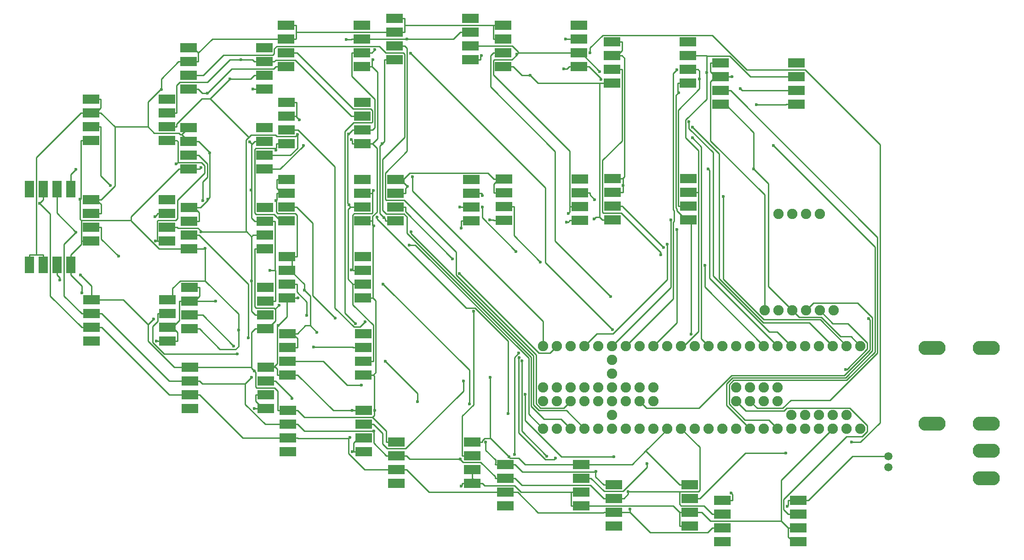
<source format=gbr>
G04 #@! TF.FileFunction,Copper,L2,Bot,Signal*
%FSLAX46Y46*%
G04 Gerber Fmt 4.6, Leading zero omitted, Abs format (unit mm)*
G04 Created by KiCad (PCBNEW 4.0.7-e2-6376~58~ubuntu16.04.1) date Mon Jul  1 13:34:01 2019*
%MOMM*%
%LPD*%
G01*
G04 APERTURE LIST*
%ADD10C,0.100000*%
%ADD11C,1.905000*%
%ADD12C,1.500000*%
%ADD13O,5.000000X2.600000*%
%ADD14R,3.048000X1.778000*%
%ADD15R,1.778000X3.048000*%
%ADD16C,0.600000*%
%ADD17C,0.250000*%
G04 APERTURE END LIST*
D10*
D11*
X183150000Y-97030000D03*
X185690000Y-97030000D03*
X188230000Y-97030000D03*
X190770000Y-97030000D03*
X193310000Y-97030000D03*
X195850000Y-97030000D03*
X193310000Y-79250000D03*
X190770000Y-79250000D03*
X188230000Y-79250000D03*
X185690000Y-79250000D03*
D12*
X206000000Y-124000000D03*
X206000000Y-126000000D03*
D11*
X200810000Y-103630000D03*
X198270000Y-103630000D03*
X195730000Y-103630000D03*
X193190000Y-103630000D03*
X190650000Y-103630000D03*
X188110000Y-103630000D03*
X185570000Y-103630000D03*
X183030000Y-103630000D03*
X180490000Y-103630000D03*
X177950000Y-103630000D03*
X175410000Y-103630000D03*
X172870000Y-103630000D03*
X170330000Y-103630000D03*
X167790000Y-103630000D03*
X165250000Y-103630000D03*
X162710000Y-103630000D03*
X160170000Y-103630000D03*
X157630000Y-103630000D03*
X155090000Y-103630000D03*
X152550000Y-103630000D03*
X150010000Y-103630000D03*
X147470000Y-103630000D03*
X144930000Y-103630000D03*
X142390000Y-103630000D03*
X142390000Y-118870000D03*
X144930000Y-118870000D03*
X147470000Y-118870000D03*
X150010000Y-118870000D03*
X152550000Y-118870000D03*
X155090000Y-118870000D03*
X157630000Y-118870000D03*
X160170000Y-118870000D03*
X162710000Y-118870000D03*
X165250000Y-118870000D03*
X167790000Y-118870000D03*
X170330000Y-118870000D03*
X172870000Y-118870000D03*
X175410000Y-118870000D03*
X177950000Y-118870000D03*
X180490000Y-118870000D03*
X183030000Y-118870000D03*
X185570000Y-118870000D03*
X188110000Y-118870000D03*
X190650000Y-118870000D03*
X193190000Y-118870000D03*
X195730000Y-118870000D03*
X198270000Y-118870000D03*
X200810000Y-118870000D03*
X198270000Y-116330000D03*
X195730000Y-116330000D03*
X193190000Y-116330000D03*
X190650000Y-116330000D03*
X188110000Y-116330000D03*
X155090000Y-106170000D03*
X155090000Y-108710000D03*
X155090000Y-111250000D03*
X155090000Y-113790000D03*
X155090000Y-116330000D03*
X185570000Y-113790000D03*
X185570000Y-111250000D03*
X183030000Y-113790000D03*
X183030000Y-111250000D03*
X180490000Y-113790000D03*
X180490000Y-111250000D03*
X177950000Y-113790000D03*
X177950000Y-111250000D03*
X157630000Y-113790000D03*
X157630000Y-111250000D03*
X160170000Y-113790000D03*
X160170000Y-111250000D03*
X162710000Y-113790000D03*
X162710000Y-111250000D03*
X152550000Y-111250000D03*
X152550000Y-113790000D03*
X150010000Y-111250000D03*
X150010000Y-113790000D03*
X147470000Y-111250000D03*
X147470000Y-113790000D03*
X144930000Y-111250000D03*
X144930000Y-113790000D03*
X142390000Y-111250000D03*
X142390000Y-113790000D03*
D13*
X214000000Y-104000000D03*
X214000000Y-118000000D03*
X224000000Y-104000000D03*
X224000000Y-118000000D03*
X224000000Y-128000000D03*
X224000000Y-123000000D03*
D14*
X175419000Y-139761000D03*
X175419000Y-137221000D03*
X175419000Y-134681000D03*
X175419000Y-132141000D03*
X189389000Y-132141000D03*
X189389000Y-134681000D03*
X189389000Y-137221000D03*
X189389000Y-139761000D03*
X189050000Y-51450600D03*
X189050000Y-53990600D03*
X189050000Y-56530600D03*
X189050000Y-59070600D03*
X175080000Y-59070600D03*
X175080000Y-56530600D03*
X175080000Y-53990600D03*
X175080000Y-51450600D03*
X155407000Y-136855000D03*
X155407000Y-134315000D03*
X155407000Y-131775000D03*
X155407000Y-129235000D03*
X169377000Y-129235000D03*
X169377000Y-131775000D03*
X169377000Y-134315000D03*
X169377000Y-136855000D03*
X169139000Y-72776400D03*
X169139000Y-75316400D03*
X169139000Y-77856400D03*
X169139000Y-80396400D03*
X155169000Y-80396400D03*
X155169000Y-77856400D03*
X155169000Y-75316400D03*
X155169000Y-72776400D03*
X169033000Y-47544000D03*
X169033000Y-50084000D03*
X169033000Y-52624000D03*
X169033000Y-55164000D03*
X155063000Y-55164000D03*
X155063000Y-52624000D03*
X155063000Y-50084000D03*
X155063000Y-47544000D03*
X135391000Y-133135000D03*
X135391000Y-130595000D03*
X135391000Y-128055000D03*
X135391000Y-125515000D03*
X149361000Y-125515000D03*
X149361000Y-128055000D03*
X149361000Y-130595000D03*
X149361000Y-133135000D03*
X149140000Y-72860600D03*
X149140000Y-75400600D03*
X149140000Y-77940600D03*
X149140000Y-80480600D03*
X135170000Y-80480600D03*
X135170000Y-77940600D03*
X135170000Y-75400600D03*
X135170000Y-72860600D03*
X149020000Y-44489600D03*
X149020000Y-47029600D03*
X149020000Y-49569600D03*
X149020000Y-52109600D03*
X135050000Y-52109600D03*
X135050000Y-49569600D03*
X135050000Y-47029600D03*
X135050000Y-44489600D03*
X115373000Y-128956000D03*
X115373000Y-126416000D03*
X115373000Y-123876000D03*
X115373000Y-121336000D03*
X129343000Y-121336000D03*
X129343000Y-123876000D03*
X129343000Y-126416000D03*
X129343000Y-128956000D03*
X129140000Y-72944700D03*
X129140000Y-75484700D03*
X129140000Y-78024700D03*
X129140000Y-80564700D03*
X115170000Y-80564700D03*
X115170000Y-78024700D03*
X115170000Y-75484700D03*
X115170000Y-72944700D03*
X129015000Y-43189500D03*
X129015000Y-45729500D03*
X129015000Y-48269500D03*
X129015000Y-50809500D03*
X115045000Y-50809500D03*
X115045000Y-48269500D03*
X115045000Y-45729500D03*
X115045000Y-43189500D03*
X95349000Y-123161000D03*
X95349000Y-120621000D03*
X95349000Y-118081000D03*
X95349000Y-115541000D03*
X109319000Y-115541000D03*
X109319000Y-118081000D03*
X109319000Y-120621000D03*
X109319000Y-123161000D03*
X109259000Y-101329000D03*
X109259000Y-103869000D03*
X109259000Y-106409000D03*
X109259000Y-108949000D03*
X95289000Y-108949000D03*
X95289000Y-106409000D03*
X95289000Y-103869000D03*
X95289000Y-101329000D03*
X109199000Y-87117000D03*
X109199000Y-89657000D03*
X109199000Y-92197000D03*
X109199000Y-94737000D03*
X95229000Y-94737000D03*
X95229000Y-92197000D03*
X95229000Y-89657000D03*
X95229000Y-87117000D03*
X109139000Y-72905900D03*
X109139000Y-75445900D03*
X109139000Y-77985900D03*
X109139000Y-80525900D03*
X95169000Y-80525900D03*
X95169000Y-77985900D03*
X95169000Y-75445900D03*
X95169000Y-72905900D03*
X109080000Y-58694000D03*
X109080000Y-61234000D03*
X109080000Y-63774000D03*
X109080000Y-66314000D03*
X95110000Y-66314000D03*
X95110000Y-63774000D03*
X95110000Y-61234000D03*
X95110000Y-58694000D03*
X109020000Y-44482100D03*
X109020000Y-47022100D03*
X109020000Y-49562100D03*
X109020000Y-52102100D03*
X95050000Y-52102100D03*
X95050000Y-49562100D03*
X95050000Y-47022100D03*
X95050000Y-44482100D03*
X77315200Y-115204000D03*
X77315200Y-112664000D03*
X77315200Y-110124000D03*
X77315200Y-107584000D03*
X91285200Y-107584000D03*
X91285200Y-110124000D03*
X91285200Y-112664000D03*
X91285200Y-115204000D03*
X91223200Y-92851700D03*
X91223200Y-95391700D03*
X91223200Y-97931700D03*
X91223200Y-100471700D03*
X77253200Y-100471700D03*
X77253200Y-97931700D03*
X77253200Y-95391700D03*
X77253200Y-92851700D03*
X91161200Y-78117300D03*
X91161200Y-80657300D03*
X91161200Y-83197300D03*
X91161200Y-85737300D03*
X77191200Y-85737300D03*
X77191200Y-83197300D03*
X77191200Y-80657300D03*
X77191200Y-78117300D03*
X91099200Y-63384900D03*
X91099200Y-65924900D03*
X91099200Y-68464900D03*
X91099200Y-71004900D03*
X77129200Y-71004900D03*
X77129200Y-68464900D03*
X77129200Y-65924900D03*
X77129200Y-63384900D03*
X91037200Y-48652600D03*
X91037200Y-51192600D03*
X91037200Y-53732600D03*
X91037200Y-56272600D03*
X77067200Y-56272600D03*
X77067200Y-53732600D03*
X77067200Y-51192600D03*
X77067200Y-48652600D03*
X59262500Y-102735500D03*
X59262500Y-100195500D03*
X59262500Y-97655500D03*
X59262500Y-95115500D03*
X73232500Y-95115500D03*
X73232500Y-97655500D03*
X73232500Y-100195500D03*
X73232500Y-102735500D03*
X73154700Y-76605700D03*
X73154700Y-79145700D03*
X73154700Y-81685700D03*
X73154700Y-84225700D03*
X59184700Y-84225700D03*
X59184700Y-81685700D03*
X59184700Y-79145700D03*
X59184700Y-76605700D03*
X73076800Y-58095000D03*
X73076800Y-60635000D03*
X73076800Y-63175000D03*
X73076800Y-65715000D03*
X59106800Y-65715000D03*
X59106800Y-63175000D03*
X59106800Y-60635000D03*
X59106800Y-58095000D03*
D15*
X47764800Y-74677400D03*
X50304800Y-74677400D03*
X52844800Y-74677400D03*
X55384800Y-74677400D03*
X55384800Y-88647400D03*
X52844800Y-88647400D03*
X50304800Y-88647400D03*
X47764800Y-88647400D03*
D16*
X112721900Y-66355800D03*
X57413200Y-93844100D03*
X79412400Y-70684000D03*
X57126100Y-76593500D03*
X107207100Y-115541000D03*
X80169100Y-85641700D03*
X187312900Y-133184600D03*
X181177600Y-70992700D03*
X93151400Y-67485800D03*
X139988400Y-53688700D03*
X151800900Y-80197600D03*
X80566600Y-56985000D03*
X113071500Y-79929700D03*
X86325000Y-100667100D03*
X93638100Y-99864500D03*
X97288400Y-94804200D03*
X136131000Y-124100100D03*
X132523100Y-80393000D03*
X132636000Y-109454000D03*
X139077500Y-112575600D03*
X155441700Y-124034000D03*
X131175200Y-75887500D03*
X151867600Y-76614900D03*
X172494700Y-53175700D03*
X158347100Y-133734700D03*
X70881200Y-79793300D03*
X117343600Y-47022100D03*
X49668100Y-77291700D03*
X146500600Y-47029600D03*
X111170100Y-74962200D03*
X106158400Y-47103400D03*
X88620800Y-74885100D03*
X86785000Y-50833600D03*
X107090500Y-89568600D03*
X106791800Y-120486700D03*
X92115700Y-89657000D03*
X100090600Y-103815300D03*
X88317100Y-65957700D03*
X111200400Y-119334500D03*
X178680100Y-56163200D03*
X137540200Y-49845500D03*
X146997000Y-79155000D03*
X158079400Y-130498000D03*
X56361000Y-82643000D03*
X111424900Y-48996300D03*
X127134300Y-124483100D03*
X171199500Y-54396500D03*
X152780500Y-52986300D03*
X84686400Y-54412600D03*
X97148100Y-64644300D03*
X127067300Y-78024700D03*
X79362700Y-82614900D03*
X88716000Y-109404000D03*
X106568200Y-64549900D03*
X106618400Y-77608600D03*
X88702700Y-91662000D03*
X176966400Y-130737800D03*
X98230000Y-66649400D03*
X74825700Y-70082000D03*
X111067700Y-50829500D03*
X131052000Y-50026700D03*
X57171000Y-90496700D03*
X107029600Y-65516400D03*
X88966000Y-56272600D03*
X71013300Y-84225700D03*
X127290700Y-81868500D03*
X146671000Y-80769900D03*
X153016200Y-54454000D03*
X167330100Y-56952500D03*
X146181900Y-52540500D03*
X169623500Y-101421500D03*
X181656200Y-59160500D03*
X131833200Y-121336000D03*
X111193600Y-81437300D03*
X70696300Y-98691900D03*
X152105900Y-126785000D03*
X56322000Y-71082000D03*
X89231800Y-108252600D03*
X111355800Y-115541000D03*
X93741600Y-96128000D03*
X175536100Y-76071300D03*
X93192900Y-76836400D03*
X177141600Y-53990600D03*
X107239200Y-123161000D03*
X117435900Y-74214700D03*
X127299300Y-129441000D03*
X157079200Y-73990700D03*
X72064400Y-56347000D03*
X98414300Y-93352000D03*
X82081700Y-95391700D03*
X97537300Y-61922000D03*
X71150500Y-102736900D03*
X80984800Y-68046400D03*
X89209600Y-115204000D03*
X80655300Y-76588200D03*
X100724800Y-101091600D03*
X169924800Y-63308300D03*
X169249700Y-62230800D03*
X172729400Y-70947000D03*
X172158300Y-88762400D03*
X117970000Y-49595100D03*
X155201200Y-100570900D03*
X169878700Y-65258000D03*
X111773000Y-79884200D03*
X135937400Y-116072500D03*
X112899400Y-92197000D03*
X128790000Y-114333200D03*
X113301100Y-106409000D03*
X119239700Y-113892100D03*
X184780300Y-66639700D03*
X131167300Y-78024700D03*
X137422300Y-86204100D03*
X151046600Y-49569600D03*
X199181300Y-121381600D03*
X166997900Y-82169300D03*
X137113100Y-123663100D03*
X137924300Y-104961900D03*
X167004300Y-52693700D03*
X165898100Y-80350200D03*
X143030200Y-123939500D03*
X138515500Y-106387000D03*
X165271400Y-84818900D03*
X144661900Y-124272100D03*
X137957200Y-105813300D03*
X53354300Y-91435100D03*
X126975900Y-90282200D03*
X62705100Y-74005900D03*
X118296900Y-72378100D03*
X64196200Y-87075700D03*
X117758800Y-84994400D03*
X86082500Y-105083400D03*
X79701400Y-76800700D03*
X118103400Y-82532900D03*
X88093500Y-102093800D03*
X85437500Y-103640000D03*
X96161900Y-113266700D03*
X107855800Y-99480900D03*
X109581100Y-99183900D03*
X104130700Y-98525500D03*
X98886500Y-97941700D03*
X108911200Y-110822800D03*
X127691200Y-110114500D03*
X125725400Y-87568900D03*
X129598600Y-97243600D03*
X154808900Y-94475800D03*
X141878800Y-88124200D03*
X161521900Y-125339700D03*
X202345600Y-98590200D03*
X164051000Y-86829400D03*
X164575900Y-85472700D03*
X187056200Y-123372300D03*
X198052300Y-107961400D03*
D17*
X199379300Y-124000000D02*
X191238300Y-132141000D01*
X206000000Y-124000000D02*
X199379300Y-124000000D01*
X59106800Y-65715000D02*
X57257500Y-65715000D01*
X73232500Y-95115500D02*
X74157200Y-95115500D01*
X190313700Y-132141000D02*
X191238300Y-132141000D01*
X190313700Y-132141000D02*
X189389000Y-132141000D01*
X57413200Y-92525100D02*
X57413200Y-93844100D01*
X55384800Y-90496700D02*
X57413200Y-92525100D01*
X55384800Y-89271500D02*
X55384800Y-90496700D01*
X79091500Y-71004900D02*
X79412400Y-70684000D01*
X77129200Y-71004900D02*
X79091500Y-71004900D01*
X57257500Y-76462100D02*
X57126100Y-76593500D01*
X57257500Y-65715000D02*
X57257500Y-76462100D01*
X77129200Y-71004900D02*
X75279900Y-71004900D01*
X109319000Y-115541000D02*
X107207100Y-115541000D01*
X155063000Y-55164000D02*
X153213700Y-55164000D01*
X57126100Y-80261900D02*
X57126100Y-76593500D01*
X57335500Y-80471300D02*
X57126100Y-80261900D01*
X57335400Y-80471400D02*
X57335400Y-84225700D01*
X57335500Y-80471300D02*
X57335400Y-80471400D01*
X59184700Y-84225700D02*
X57335400Y-84225700D01*
X55384800Y-89271500D02*
X55384800Y-88647400D01*
X57335400Y-84847500D02*
X57335400Y-84225700D01*
X55384800Y-86798100D02*
X57335400Y-84847500D01*
X55384800Y-88647400D02*
X55384800Y-86798100D01*
X66482000Y-80471300D02*
X57335500Y-80471300D01*
X66482000Y-79802800D02*
X66482000Y-80471300D01*
X75279900Y-71004900D02*
X66482000Y-79802800D01*
X187539700Y-132957800D02*
X187539700Y-132141000D01*
X187312900Y-133184600D02*
X187539700Y-132957800D01*
X189389000Y-132141000D02*
X187539700Y-132141000D01*
X96213700Y-108949000D02*
X97138300Y-108949000D01*
X96213700Y-108949000D02*
X95289000Y-108949000D01*
X95289000Y-108949000D02*
X93439700Y-108949000D01*
X95110000Y-66314000D02*
X93260700Y-66314000D01*
X135050000Y-52109600D02*
X136899300Y-52109600D01*
X189507900Y-98307900D02*
X188230000Y-97030000D01*
X193584800Y-98307900D02*
X189507900Y-98307900D01*
X197177400Y-101900500D02*
X193584800Y-98307900D01*
X199080500Y-101900500D02*
X197177400Y-101900500D01*
X200810000Y-103630000D02*
X199080500Y-101900500D01*
X175080000Y-59070600D02*
X176004700Y-59070600D01*
X155169000Y-80396400D02*
X153319700Y-80396400D01*
X152814200Y-55164000D02*
X153213700Y-55164000D01*
X183847000Y-92647000D02*
X188230000Y-97030000D01*
X183847000Y-73662100D02*
X183847000Y-92647000D01*
X181177600Y-70992700D02*
X183847000Y-73662100D01*
X181177600Y-64243500D02*
X181177600Y-70992700D01*
X176004700Y-59070600D02*
X181177600Y-64243500D01*
X93151400Y-67194900D02*
X93151400Y-67485800D01*
X89496100Y-67194900D02*
X93151400Y-67194900D01*
X89249900Y-67441100D02*
X89496100Y-67194900D01*
X89249900Y-79110700D02*
X89249900Y-67441100D01*
X89503200Y-79364000D02*
X89249900Y-79110700D01*
X92881100Y-79364000D02*
X89503200Y-79364000D01*
X94043000Y-80525900D02*
X92881100Y-79364000D01*
X95169000Y-80525900D02*
X94043000Y-80525900D01*
X93260700Y-67085600D02*
X93260700Y-66314000D01*
X93151400Y-67194900D02*
X93260700Y-67085600D01*
X141463700Y-55164000D02*
X139988400Y-53688700D01*
X152814200Y-55164000D02*
X141463700Y-55164000D01*
X138478400Y-53688700D02*
X136899300Y-52109600D01*
X139988400Y-53688700D02*
X138478400Y-53688700D01*
X152107600Y-79890900D02*
X151800900Y-80197600D01*
X152814200Y-79890900D02*
X152107600Y-79890900D01*
X152814200Y-55164000D02*
X152814200Y-79890900D01*
X152814200Y-79890900D02*
X153319700Y-80396400D01*
X77067200Y-56272600D02*
X78916500Y-56272600D01*
X95050000Y-52102100D02*
X93200700Y-52102100D01*
X79628900Y-56985000D02*
X80566600Y-56985000D01*
X78916500Y-56272600D02*
X79628900Y-56985000D01*
X92784600Y-52518200D02*
X93200700Y-52102100D01*
X85033400Y-52518200D02*
X92784600Y-52518200D01*
X80566600Y-56985000D02*
X85033400Y-52518200D01*
X115045000Y-50809500D02*
X113195700Y-50809500D01*
X113195700Y-65882000D02*
X112721900Y-66355800D01*
X113195700Y-50809500D02*
X113195700Y-65882000D01*
X115170000Y-80564700D02*
X113320700Y-80564700D01*
X113320700Y-80178900D02*
X113320700Y-80564700D01*
X113071500Y-79929700D02*
X113320700Y-80178900D01*
X112336600Y-79194800D02*
X113071500Y-79929700D01*
X112336600Y-66741100D02*
X112336600Y-79194800D01*
X112721900Y-66355800D02*
X112336600Y-66741100D01*
X66482000Y-80578800D02*
X66482000Y-80471300D01*
X71640500Y-85737300D02*
X66482000Y-80578800D01*
X77191200Y-85737300D02*
X71640500Y-85737300D01*
X80169100Y-85737300D02*
X80169100Y-85641700D01*
X77191200Y-85737300D02*
X80169100Y-85737300D01*
X93439700Y-107889200D02*
X93134500Y-107584000D01*
X93439700Y-108949000D02*
X93439700Y-107889200D01*
X97145500Y-94804200D02*
X97078300Y-94737000D01*
X97288400Y-94804200D02*
X97145500Y-94804200D01*
X95229000Y-94737000D02*
X97078300Y-94737000D01*
X80169100Y-91592400D02*
X80169100Y-85737300D01*
X169377000Y-129235000D02*
X167527700Y-129235000D01*
X167527700Y-129235000D02*
X161286900Y-122994100D01*
X158766000Y-125515000D02*
X161286900Y-122994100D01*
X149361000Y-125515000D02*
X158766000Y-125515000D01*
X165250000Y-119031000D02*
X165250000Y-118870000D01*
X161286900Y-122994100D02*
X165250000Y-119031000D01*
X74157200Y-93023600D02*
X74157200Y-95115500D01*
X75588400Y-91592400D02*
X74157200Y-93023600D01*
X80169100Y-91592400D02*
X75588400Y-91592400D01*
X103730300Y-115541000D02*
X107207100Y-115541000D01*
X97138300Y-108949000D02*
X103730300Y-115541000D01*
X133233100Y-80393000D02*
X133320700Y-80480600D01*
X132523100Y-80393000D02*
X133233100Y-80393000D01*
X135170000Y-80480600D02*
X133320700Y-80480600D01*
X129343000Y-121336000D02*
X131192300Y-121336000D01*
X132636000Y-109454000D02*
X132636000Y-120668400D01*
X132699300Y-120668400D02*
X132636000Y-120668400D01*
X136131000Y-124100100D02*
X132699300Y-120668400D01*
X131192300Y-121085600D02*
X131192300Y-121336000D01*
X131609500Y-120668400D02*
X131192300Y-121085600D01*
X132636000Y-120668400D02*
X131609500Y-120668400D01*
X95229000Y-98273600D02*
X93638100Y-99864500D01*
X95229000Y-94737000D02*
X95229000Y-98273600D01*
X93439600Y-106867800D02*
X92723400Y-107584000D01*
X93439600Y-100063000D02*
X93439600Y-106867800D01*
X93638100Y-99864500D02*
X93439600Y-100063000D01*
X91285200Y-107584000D02*
X92723400Y-107584000D01*
X92723400Y-107584000D02*
X93134500Y-107584000D01*
X86325000Y-97748300D02*
X86325000Y-100667100D01*
X80169100Y-91592400D02*
X86325000Y-97748300D01*
X77253200Y-100471700D02*
X79102500Y-100471700D01*
X139091600Y-125515000D02*
X149361000Y-125515000D01*
X137865000Y-124288400D02*
X139091600Y-125515000D01*
X136319300Y-124288400D02*
X137865000Y-124288400D01*
X136131000Y-124100100D02*
X136319300Y-124288400D01*
X82896200Y-104265400D02*
X79102500Y-100471700D01*
X85764400Y-104265400D02*
X82896200Y-104265400D01*
X86325000Y-103704800D02*
X85764400Y-104265400D01*
X86325000Y-100667100D02*
X86325000Y-103704800D01*
X145744900Y-124034000D02*
X155441700Y-124034000D01*
X139077500Y-117366600D02*
X145744900Y-124034000D01*
X139077500Y-112575600D02*
X139077500Y-117366600D01*
X129140000Y-75484700D02*
X130989300Y-75484700D01*
X129015000Y-45729500D02*
X127165700Y-45729500D01*
X150989300Y-75736600D02*
X151867600Y-76614900D01*
X150989300Y-75400600D02*
X150989300Y-75736600D01*
X149140000Y-75400600D02*
X150989300Y-75400600D01*
X169139000Y-75316400D02*
X170988300Y-75316400D01*
X109944700Y-47022100D02*
X110869300Y-47022100D01*
X109944700Y-47022100D02*
X109020000Y-47022100D01*
X131175200Y-75670600D02*
X131175200Y-75887500D01*
X130989300Y-75484700D02*
X131175200Y-75670600D01*
X175419000Y-137221000D02*
X173569700Y-137221000D01*
X157256300Y-134315000D02*
X158347100Y-134315000D01*
X162101500Y-138069400D02*
X158347100Y-134315000D01*
X172721300Y-138069400D02*
X162101500Y-138069400D01*
X173569700Y-137221000D02*
X172721300Y-138069400D01*
X158347100Y-134315000D02*
X158347100Y-133734700D01*
X71305400Y-79369100D02*
X71305400Y-79145700D01*
X70881200Y-79793300D02*
X71305400Y-79369100D01*
X73154700Y-79145700D02*
X71305400Y-79145700D01*
X125873100Y-47022100D02*
X117343600Y-47022100D01*
X127165700Y-45729500D02*
X125873100Y-47022100D01*
X117343600Y-47022100D02*
X110869300Y-47022100D01*
X50304800Y-76655000D02*
X49668100Y-77291700D01*
X50304800Y-74677400D02*
X50304800Y-76655000D01*
X51630400Y-79254000D02*
X49668100Y-77291700D01*
X51630400Y-94412700D02*
X51630400Y-79254000D01*
X57413200Y-100195500D02*
X51630400Y-94412700D01*
X58337900Y-100195500D02*
X57413200Y-100195500D01*
X149020000Y-47029600D02*
X147170700Y-47029600D01*
X147170700Y-47029600D02*
X146500600Y-47029600D01*
X156331700Y-134315000D02*
X157256300Y-134315000D01*
X156331700Y-134315000D02*
X155407000Y-134315000D01*
X137681000Y-130595000D02*
X135391000Y-130595000D01*
X141435400Y-134349400D02*
X137681000Y-130595000D01*
X153523300Y-134349400D02*
X141435400Y-134349400D01*
X153557700Y-134315000D02*
X153523300Y-134349400D01*
X155407000Y-134315000D02*
X153557700Y-134315000D01*
X110988300Y-75144000D02*
X111170100Y-74962200D01*
X110988300Y-75445900D02*
X110988300Y-75144000D01*
X109139000Y-75445900D02*
X110875700Y-75445900D01*
X110875700Y-75445900D02*
X110988300Y-75445900D01*
X109199000Y-89657000D02*
X107349700Y-89657000D01*
X109020000Y-47022100D02*
X107170700Y-47022100D01*
X169033000Y-50084000D02*
X170769700Y-50084000D01*
X172494700Y-50176500D02*
X172494700Y-53175700D01*
X172402200Y-50084000D02*
X172494700Y-50176500D01*
X170769700Y-50084000D02*
X172402200Y-50084000D01*
X180547800Y-53990600D02*
X189050000Y-53990600D01*
X176733700Y-50176500D02*
X180547800Y-53990600D01*
X172494700Y-50176500D02*
X176733700Y-50176500D01*
X58337900Y-100195500D02*
X59262500Y-100195500D01*
X59262500Y-100195500D02*
X61111800Y-100195500D01*
X107089400Y-47103400D02*
X107170700Y-47022100D01*
X106158400Y-47103400D02*
X107089400Y-47103400D01*
X95349000Y-120621000D02*
X97198300Y-120621000D01*
X121401300Y-130595000D02*
X135391000Y-130595000D01*
X117222300Y-126416000D02*
X121401300Y-130595000D01*
X115373000Y-126416000D02*
X117222300Y-126416000D01*
X91099200Y-65924900D02*
X89249900Y-65924900D01*
X73580300Y-112664000D02*
X77315200Y-112664000D01*
X61111800Y-100195500D02*
X73580300Y-112664000D01*
X87121500Y-120621000D02*
X95349000Y-120621000D01*
X79164500Y-112664000D02*
X87121500Y-120621000D01*
X77315200Y-112664000D02*
X79164500Y-112664000D01*
X170988300Y-67591200D02*
X170988300Y-75316400D01*
X168610100Y-65213000D02*
X170988300Y-67591200D01*
X168610100Y-61950900D02*
X168610100Y-65213000D01*
X172494700Y-58066300D02*
X168610100Y-61950900D01*
X172494700Y-53175700D02*
X172494700Y-58066300D01*
X73076800Y-60635000D02*
X74926100Y-60635000D01*
X91161200Y-80657300D02*
X93010500Y-80657300D01*
X91223200Y-95391700D02*
X93072500Y-95391700D01*
X88620800Y-74885100D02*
X88710200Y-74885100D01*
X88710200Y-80055600D02*
X89311900Y-80657300D01*
X88710200Y-74885100D02*
X88710200Y-80055600D01*
X91161200Y-80657300D02*
X89311900Y-80657300D01*
X107090500Y-89568600D02*
X107289600Y-89568600D01*
X107289600Y-79498600D02*
X107289600Y-89568600D01*
X107587900Y-79200300D02*
X107289600Y-79498600D01*
X110879800Y-79200300D02*
X107587900Y-79200300D01*
X110988300Y-79091800D02*
X110879800Y-79200300D01*
X110988300Y-75445900D02*
X110988300Y-79091800D01*
X107289600Y-89596900D02*
X107349700Y-89657000D01*
X107289600Y-89568600D02*
X107289600Y-89596900D01*
X97271900Y-120694600D02*
X106583900Y-120694600D01*
X97198300Y-120621000D02*
X97271900Y-120694600D01*
X109533900Y-126416000D02*
X115373000Y-126416000D01*
X106583900Y-123466000D02*
X109533900Y-126416000D01*
X106583900Y-120694600D02*
X106583900Y-123466000D01*
X106583900Y-120694600D02*
X106791800Y-120486700D01*
X93010500Y-80657300D02*
X93010500Y-89657000D01*
X93072500Y-89719000D02*
X93010500Y-89657000D01*
X93072500Y-95391700D02*
X93072500Y-89719000D01*
X93010500Y-89657000D02*
X92115700Y-89657000D01*
X170988300Y-100941100D02*
X170988300Y-75316400D01*
X168299400Y-103630000D02*
X170988300Y-100941100D01*
X167790000Y-103630000D02*
X168299400Y-103630000D01*
X107096700Y-61234000D02*
X109080000Y-61234000D01*
X96750400Y-50887700D02*
X107096700Y-61234000D01*
X93191400Y-50887700D02*
X96750400Y-50887700D01*
X92886500Y-51192600D02*
X93191400Y-50887700D01*
X91037200Y-51192600D02*
X92886500Y-51192600D01*
X84714900Y-50833600D02*
X86785000Y-50833600D01*
X80601500Y-54947000D02*
X84714900Y-50833600D01*
X75507100Y-54947000D02*
X80601500Y-54947000D01*
X74926100Y-55528000D02*
X75507100Y-54947000D01*
X74926100Y-60635000D02*
X74926100Y-55528000D01*
X88828900Y-50833600D02*
X89187900Y-51192600D01*
X86785000Y-50833600D02*
X88828900Y-50833600D01*
X91037200Y-51192600D02*
X89187900Y-51192600D01*
X107356000Y-103815300D02*
X107409700Y-103869000D01*
X100090600Y-103815300D02*
X107356000Y-103815300D01*
X109259000Y-103869000D02*
X107409700Y-103869000D01*
X88767100Y-66407700D02*
X88317100Y-65957700D01*
X88710200Y-66464600D02*
X88767100Y-66407700D01*
X88710200Y-74885100D02*
X88710200Y-66464600D01*
X88767100Y-66407700D02*
X89249900Y-65924900D01*
X73580300Y-110124000D02*
X77315200Y-110124000D01*
X61111800Y-97655500D02*
X73580300Y-110124000D01*
X59262500Y-97655500D02*
X61111800Y-97655500D01*
X154482400Y-131775000D02*
X153557700Y-131775000D01*
X135391000Y-128055000D02*
X133541700Y-128055000D01*
X151119100Y-129336400D02*
X153557700Y-131775000D01*
X138521700Y-129336400D02*
X151119100Y-129336400D01*
X137240300Y-128055000D02*
X138521700Y-129336400D01*
X135391000Y-128055000D02*
X137240300Y-128055000D01*
X115373000Y-123876000D02*
X117222300Y-123876000D01*
X179047500Y-56530600D02*
X178680100Y-56163200D01*
X189050000Y-56530600D02*
X179047500Y-56530600D01*
X95349000Y-118081000D02*
X97198300Y-118081000D01*
X77315200Y-110124000D02*
X79164500Y-110124000D01*
X98451800Y-119334500D02*
X111200400Y-119334500D01*
X97198300Y-118081000D02*
X98451800Y-119334500D01*
X115373000Y-123876000D02*
X113523700Y-123876000D01*
X111200400Y-121552700D02*
X113523700Y-123876000D01*
X111200400Y-119334500D02*
X111200400Y-121552700D01*
X73154700Y-81685700D02*
X75004000Y-81685700D01*
X149140000Y-77940600D02*
X147290700Y-77940600D01*
X147290700Y-78861300D02*
X146997000Y-79155000D01*
X147290700Y-77940600D02*
X147290700Y-78861300D01*
X154482400Y-131775000D02*
X155407000Y-131775000D01*
X155407000Y-131775000D02*
X157256300Y-131775000D01*
X109139000Y-77985900D02*
X107289700Y-77985900D01*
X109199000Y-92197000D02*
X107349700Y-92197000D01*
X59262500Y-97655500D02*
X57413200Y-97655500D01*
X52844800Y-79126800D02*
X56361000Y-82643000D01*
X52844800Y-74677400D02*
X52844800Y-79126800D01*
X54170400Y-94412700D02*
X57413200Y-97655500D01*
X54170400Y-84833600D02*
X54170400Y-94412700D01*
X56361000Y-82643000D02*
X54170400Y-84833600D01*
X158079400Y-130951900D02*
X158079400Y-130498000D01*
X157256300Y-131775000D02*
X158079400Y-130951900D01*
X175419000Y-134681000D02*
X173569700Y-134681000D01*
X110869300Y-49551900D02*
X111424900Y-48996300D01*
X110869300Y-49562100D02*
X110869300Y-49551900D01*
X109020000Y-49562100D02*
X110869300Y-49562100D01*
X133541700Y-127736600D02*
X133541700Y-128055000D01*
X130895500Y-125090400D02*
X133541700Y-127736600D01*
X127665600Y-125090400D02*
X130895500Y-125090400D01*
X127134300Y-124559100D02*
X127665600Y-125090400D01*
X127134300Y-124483100D02*
X127134300Y-124559100D01*
X117829400Y-124483100D02*
X127134300Y-124483100D01*
X117222300Y-123876000D02*
X117829400Y-124483100D01*
X167514100Y-132821500D02*
X167514100Y-130498000D01*
X167793200Y-133100600D02*
X167514100Y-132821500D01*
X171989300Y-133100600D02*
X167793200Y-133100600D01*
X173569700Y-134681000D02*
X171989300Y-133100600D01*
X158079400Y-130498000D02*
X167514100Y-130498000D01*
X171226400Y-122306400D02*
X167790000Y-118870000D01*
X171226400Y-130271300D02*
X171226400Y-122306400D01*
X170999700Y-130498000D02*
X171226400Y-130271300D01*
X167514100Y-130498000D02*
X170999700Y-130498000D01*
X169033000Y-52624000D02*
X170882300Y-52624000D01*
X171199500Y-52941200D02*
X171199500Y-54396500D01*
X170882300Y-52624000D02*
X171199500Y-52941200D01*
X169139000Y-77856400D02*
X167289700Y-77856400D01*
X167289700Y-60093900D02*
X167289700Y-77856400D01*
X171199500Y-56184100D02*
X167289700Y-60093900D01*
X171199500Y-54396500D02*
X171199500Y-56184100D01*
X149363800Y-49569600D02*
X152780500Y-52986300D01*
X149020000Y-49569600D02*
X149363800Y-49569600D01*
X149020000Y-49569600D02*
X147170700Y-49569600D01*
X109259000Y-106409000D02*
X111108300Y-106409000D01*
X129140000Y-78024700D02*
X127290700Y-78024700D01*
X127290700Y-78024700D02*
X127067300Y-78024700D01*
X107170700Y-53903000D02*
X107170700Y-49562100D01*
X111379800Y-58112100D02*
X107170700Y-53903000D01*
X111379800Y-63323500D02*
X111379800Y-58112100D01*
X110929300Y-63774000D02*
X111379800Y-63323500D01*
X109080000Y-63774000D02*
X110929300Y-63774000D01*
X109020000Y-49562100D02*
X107170700Y-49562100D01*
X91200300Y-118081000D02*
X95349000Y-118081000D01*
X87488900Y-114369600D02*
X91200300Y-118081000D01*
X87488900Y-110631100D02*
X87488900Y-114369600D01*
X79671600Y-110631100D02*
X87488900Y-110631100D01*
X79164500Y-110124000D02*
X79671600Y-110631100D01*
X107289700Y-77985900D02*
X106941600Y-77985900D01*
X106465200Y-91312500D02*
X107349700Y-92197000D01*
X106465200Y-78462300D02*
X106465200Y-91312500D01*
X106941600Y-77985900D02*
X106465200Y-78462300D01*
X109080000Y-63774000D02*
X107230700Y-63774000D01*
X137540200Y-49952500D02*
X137540200Y-49845500D01*
X136653100Y-50839600D02*
X137540200Y-49952500D01*
X133385800Y-50839600D02*
X136653100Y-50839600D01*
X133200700Y-51024700D02*
X133385800Y-50839600D01*
X133200700Y-53606200D02*
X133200700Y-51024700D01*
X147290700Y-67696200D02*
X133200700Y-53606200D01*
X147290700Y-77940600D02*
X147290700Y-67696200D01*
X136678600Y-48269500D02*
X129015000Y-48269500D01*
X137816100Y-49407000D02*
X136678600Y-48269500D01*
X137816100Y-49569600D02*
X137816100Y-49407000D01*
X147170700Y-49569600D02*
X137816100Y-49569600D01*
X137816100Y-49569600D02*
X137540200Y-49845500D01*
X97148100Y-67157100D02*
X97148100Y-64644300D01*
X95840300Y-68464900D02*
X97148100Y-67157100D01*
X91099200Y-68464900D02*
X95840300Y-68464900D01*
X107230700Y-63887400D02*
X107230700Y-63774000D01*
X106568200Y-64549900D02*
X107230700Y-63887400D01*
X106618400Y-77662700D02*
X106618400Y-77608600D01*
X106941600Y-77985900D02*
X106618400Y-77662700D01*
X106364400Y-64753700D02*
X106568200Y-64549900D01*
X106364400Y-77354600D02*
X106364400Y-64753700D01*
X106618400Y-77608600D02*
X106364400Y-77354600D01*
X107349700Y-96021300D02*
X107349700Y-92197000D01*
X111108300Y-99779900D02*
X107349700Y-96021300D01*
X111108300Y-106409000D02*
X111108300Y-99779900D01*
X73076800Y-63175000D02*
X74926100Y-63175000D01*
X79362700Y-82429100D02*
X79362700Y-82614900D01*
X78805200Y-81871600D02*
X79362700Y-82429100D01*
X75189900Y-81871600D02*
X78805200Y-81871600D01*
X75004000Y-81685700D02*
X75189900Y-81871600D01*
X88608100Y-64710500D02*
X88201000Y-65117600D01*
X93096300Y-64710500D02*
X88608100Y-64710500D01*
X93374200Y-64988400D02*
X93096300Y-64710500D01*
X96804000Y-64988400D02*
X93374200Y-64988400D01*
X97148100Y-64644300D02*
X96804000Y-64988400D01*
X88201000Y-65117600D02*
X81091200Y-58007800D01*
X74926100Y-62643700D02*
X74926100Y-63175000D01*
X79562000Y-58007800D02*
X74926100Y-62643700D01*
X81091200Y-58007800D02*
X79562000Y-58007800D01*
X91037200Y-53732600D02*
X89187900Y-53732600D01*
X81091200Y-58007800D02*
X84686400Y-54412600D01*
X88507900Y-54412600D02*
X89187900Y-53732600D01*
X84686400Y-54412600D02*
X88507900Y-54412600D01*
X91223200Y-97931700D02*
X89373900Y-97931700D01*
X91161200Y-83197300D02*
X89311900Y-83197300D01*
X88986500Y-83197300D02*
X89311900Y-83197300D01*
X88692000Y-83491800D02*
X88986500Y-83197300D01*
X87640500Y-65678100D02*
X87640500Y-82614900D01*
X88201000Y-65117600D02*
X87640500Y-65678100D01*
X79362700Y-82614900D02*
X87640500Y-82614900D01*
X87815100Y-82614900D02*
X88692000Y-83491800D01*
X87640500Y-82614900D02*
X87815100Y-82614900D01*
X87488900Y-110631100D02*
X88716000Y-109404000D01*
X88692000Y-91651300D02*
X88692000Y-83491800D01*
X88702700Y-91662000D02*
X88692000Y-91651300D01*
X88702700Y-97260500D02*
X88702700Y-91662000D01*
X89373900Y-97931700D02*
X88702700Y-97260500D01*
X175419000Y-132141000D02*
X177268300Y-132141000D01*
X177268300Y-131039700D02*
X176966400Y-130737800D01*
X177268300Y-132141000D02*
X177268300Y-131039700D01*
X155407000Y-129235000D02*
X153557700Y-129235000D01*
X135391000Y-125515000D02*
X137240300Y-125515000D01*
X73076800Y-65715000D02*
X74926100Y-65715000D01*
X98230000Y-66731700D02*
X98230000Y-66649400D01*
X93956800Y-71004900D02*
X98230000Y-66731700D01*
X91099200Y-71004900D02*
X93956800Y-71004900D01*
X115373000Y-121336000D02*
X113523700Y-121336000D01*
X73154700Y-84225700D02*
X71305400Y-84225700D01*
X95380400Y-115541000D02*
X97198300Y-115541000D01*
X98461900Y-116804600D02*
X110989600Y-116804600D01*
X97198300Y-115541000D02*
X98461900Y-116804600D01*
X113523700Y-119338700D02*
X113523700Y-121336000D01*
X110989600Y-116804600D02*
X113523700Y-119338700D01*
X75117200Y-65906100D02*
X74926100Y-65715000D01*
X75117200Y-69790500D02*
X75117200Y-65906100D01*
X75117200Y-69790500D02*
X74825700Y-70082000D01*
X109020000Y-52102100D02*
X110869300Y-52102100D01*
X130864300Y-50214400D02*
X130864300Y-50809500D01*
X131052000Y-50026700D02*
X130864300Y-50214400D01*
X129015000Y-50809500D02*
X130864300Y-50809500D01*
X109080000Y-66314000D02*
X107230700Y-66314000D01*
X91037200Y-56272600D02*
X89187900Y-56272600D01*
X89187900Y-56272600D02*
X88966000Y-56272600D01*
X59262500Y-92588200D02*
X57171000Y-90496700D01*
X59262500Y-95115500D02*
X59262500Y-92588200D01*
X95380400Y-115541000D02*
X95349000Y-115541000D01*
X129140000Y-80564700D02*
X127290700Y-80564700D01*
X127290700Y-80564700D02*
X127290700Y-81868500D01*
X149140000Y-80480600D02*
X147290700Y-80480600D01*
X147001400Y-80769900D02*
X147290700Y-80480600D01*
X146671000Y-80769900D02*
X147001400Y-80769900D01*
X149020000Y-52109600D02*
X150869300Y-52109600D01*
X153016200Y-54256500D02*
X153016200Y-54454000D01*
X150869300Y-52109600D02*
X153016200Y-54256500D01*
X169033000Y-55164000D02*
X167183700Y-55164000D01*
X167330100Y-56952500D02*
X167256900Y-56952500D01*
X167183700Y-56879300D02*
X167256900Y-56952500D01*
X167183700Y-55164000D02*
X167183700Y-56879300D01*
X166973800Y-78693500D02*
X168676700Y-80396400D01*
X166973800Y-78306800D02*
X166973800Y-78693500D01*
X166804800Y-78137800D02*
X166973800Y-78306800D01*
X166804800Y-57404600D02*
X166804800Y-78137800D01*
X167256900Y-56952500D02*
X166804800Y-57404600D01*
X146739800Y-52540500D02*
X147170700Y-52109600D01*
X146181900Y-52540500D02*
X146739800Y-52540500D01*
X149020000Y-52109600D02*
X147170700Y-52109600D01*
X169139000Y-80396400D02*
X169023500Y-80396400D01*
X169023500Y-80396400D02*
X168676700Y-80396400D01*
X71305400Y-84225700D02*
X71013300Y-84225700D01*
X79441900Y-69790500D02*
X75117200Y-69790500D01*
X80048600Y-70397200D02*
X79441900Y-69790500D01*
X80048600Y-71718000D02*
X80048600Y-70397200D01*
X75033100Y-76733500D02*
X80048600Y-71718000D01*
X75033100Y-80141200D02*
X75033100Y-76733500D01*
X74703000Y-80471300D02*
X75033100Y-80141200D01*
X71432900Y-80471300D02*
X74703000Y-80471300D01*
X71305400Y-80598800D02*
X71432900Y-80471300D01*
X71305400Y-84225700D02*
X71305400Y-80598800D01*
X187110800Y-59160500D02*
X187200700Y-59070600D01*
X181656200Y-59160500D02*
X187110800Y-59160500D01*
X189050000Y-59070600D02*
X187200700Y-59070600D01*
X109259000Y-108949000D02*
X111108300Y-108949000D01*
X109199000Y-94737000D02*
X111048300Y-94737000D01*
X135391000Y-125515000D02*
X133541700Y-125515000D01*
X76390600Y-107584000D02*
X75465900Y-107584000D01*
X76390600Y-107584000D02*
X77315200Y-107584000D01*
X111048300Y-81437300D02*
X111048300Y-94737000D01*
X111193600Y-81437300D02*
X111048300Y-81437300D01*
X110988300Y-81377300D02*
X110988300Y-80525900D01*
X111048300Y-81437300D02*
X110988300Y-81377300D01*
X109139000Y-80525900D02*
X110988300Y-80525900D01*
X110869300Y-51027900D02*
X110869300Y-52102100D01*
X111067700Y-50829500D02*
X110869300Y-51027900D01*
X109080000Y-66314000D02*
X110929300Y-66314000D01*
X111886200Y-65357100D02*
X110929300Y-66314000D01*
X111886200Y-53119000D02*
X111886200Y-65357100D01*
X110869300Y-52102100D02*
X111886200Y-53119000D01*
X110988300Y-79728700D02*
X110988300Y-80525900D01*
X111807200Y-78909800D02*
X110988300Y-79728700D01*
X111807200Y-67191900D02*
X111807200Y-78909800D01*
X110929300Y-66314000D02*
X111807200Y-67191900D01*
X133541700Y-125357400D02*
X133541700Y-125515000D01*
X133622700Y-125276400D02*
X133541700Y-125357400D01*
X133622700Y-125186300D02*
X133622700Y-125276400D01*
X133691600Y-125117400D02*
X133622700Y-125186300D01*
X133691600Y-124599200D02*
X133691600Y-125117400D01*
X133648100Y-124555700D02*
X133691600Y-124599200D01*
X133531800Y-124555700D02*
X133648100Y-124555700D01*
X131833200Y-122857100D02*
X133531800Y-124555700D01*
X131833200Y-121336000D02*
X131833200Y-122857100D01*
X95349000Y-115541000D02*
X93499700Y-115541000D01*
X77315200Y-107584000D02*
X79164500Y-107584000D01*
X107230700Y-65717500D02*
X107029600Y-65516400D01*
X107230700Y-66314000D02*
X107230700Y-65717500D01*
X65042200Y-95115500D02*
X69626800Y-99700100D01*
X59262500Y-95115500D02*
X65042200Y-95115500D01*
X74451700Y-107584000D02*
X75465900Y-107584000D01*
X69626800Y-102759100D02*
X74451700Y-107584000D01*
X69626800Y-99700100D02*
X69626800Y-102759100D01*
X152067100Y-127744400D02*
X153557700Y-129235000D01*
X152067100Y-126823800D02*
X152067100Y-127744400D01*
X138549100Y-126823800D02*
X152067100Y-126823800D01*
X137240300Y-125515000D02*
X138549100Y-126823800D01*
X152067100Y-126823800D02*
X152105900Y-126785000D01*
X55384800Y-72019200D02*
X55384800Y-74677400D01*
X56322000Y-71082000D02*
X55384800Y-72019200D01*
X89431900Y-108452700D02*
X89231800Y-108252600D01*
X89431900Y-111155700D02*
X89431900Y-108452700D01*
X89614600Y-111338400D02*
X89431900Y-111155700D01*
X92898500Y-111338400D02*
X89614600Y-111338400D01*
X93499700Y-111939600D02*
X92898500Y-111338400D01*
X93499700Y-115541000D02*
X93499700Y-111939600D01*
X111558600Y-95247300D02*
X111048300Y-94737000D01*
X111558600Y-108498700D02*
X111558600Y-95247300D01*
X111108300Y-108949000D02*
X111558600Y-108498700D01*
X91223200Y-100471700D02*
X89373900Y-100471700D01*
X91161200Y-85737300D02*
X89311900Y-85737300D01*
X169623500Y-80996400D02*
X169623500Y-101421500D01*
X169023500Y-80396400D02*
X169623500Y-80996400D01*
X79164500Y-107584000D02*
X88723300Y-107584000D01*
X88723300Y-101122300D02*
X89373900Y-100471700D01*
X88723300Y-107584000D02*
X88723300Y-101122300D01*
X88723300Y-107744100D02*
X88723300Y-107584000D01*
X89231800Y-108252600D02*
X88723300Y-107744100D01*
X91620100Y-100471700D02*
X91223200Y-100471700D01*
X93072600Y-99019200D02*
X91620100Y-100471700D01*
X93072600Y-96836800D02*
X93072600Y-99019200D01*
X93052700Y-96816900D02*
X93072600Y-96836800D01*
X93052700Y-96816900D02*
X93741600Y-96128000D01*
X111336400Y-109177100D02*
X111108300Y-108949000D01*
X111336400Y-115541000D02*
X111336400Y-109177100D01*
X111336400Y-116457800D02*
X111336400Y-115541000D01*
X110989600Y-116804600D02*
X111336400Y-116457800D01*
X111336400Y-115541000D02*
X111355800Y-115541000D01*
X70635000Y-98691900D02*
X69626800Y-99700100D01*
X70696300Y-98691900D02*
X70635000Y-98691900D01*
X89311900Y-91386800D02*
X89311900Y-85737300D01*
X89328000Y-91402900D02*
X89311900Y-91386800D01*
X89328000Y-96369600D02*
X89328000Y-91402900D01*
X89564500Y-96606100D02*
X89328000Y-96369600D01*
X92841900Y-96606100D02*
X89564500Y-96606100D01*
X93052700Y-96816900D02*
X92841900Y-96606100D01*
X175536100Y-91252300D02*
X175536100Y-76071300D01*
X183042100Y-98758300D02*
X175536100Y-91252300D01*
X193398300Y-98758300D02*
X183042100Y-98758300D01*
X198270000Y-103630000D02*
X193398300Y-98758300D01*
X47764800Y-88647400D02*
X47764800Y-86798100D01*
X95050000Y-44482100D02*
X96899300Y-44482100D01*
X95050000Y-47022100D02*
X96786700Y-47022100D01*
X109319000Y-123161000D02*
X107469700Y-123161000D01*
X109319000Y-120621000D02*
X108394400Y-120621000D01*
X107469700Y-121545700D02*
X107469700Y-123161000D01*
X108394400Y-120621000D02*
X107469700Y-121545700D01*
X115045000Y-43189500D02*
X116894300Y-43189500D01*
X116894300Y-43189500D02*
X116894300Y-44489600D01*
X116894300Y-44489600D02*
X116894300Y-45729500D01*
X115170000Y-75484700D02*
X117019300Y-75484700D01*
X115170000Y-72944700D02*
X116094700Y-72944700D01*
X149361000Y-130595000D02*
X147511700Y-130595000D01*
X135050000Y-47029600D02*
X133200700Y-47029600D01*
X133200700Y-44489600D02*
X133200700Y-47029600D01*
X116894300Y-44489600D02*
X133200700Y-44489600D01*
X133200700Y-44489600D02*
X135050000Y-44489600D01*
X115969700Y-45729500D02*
X116894300Y-45729500D01*
X115969700Y-45729500D02*
X115045000Y-45729500D01*
X115045000Y-45729500D02*
X113195700Y-45729500D01*
X147511700Y-133135000D02*
X147511700Y-130595000D01*
X149361000Y-133135000D02*
X147511700Y-133135000D01*
X167527700Y-136855000D02*
X167527700Y-134315000D01*
X169377000Y-136855000D02*
X167527700Y-136855000D01*
X169377000Y-134315000D02*
X168452400Y-134315000D01*
X168452400Y-134315000D02*
X167527700Y-134315000D01*
X151244700Y-133100600D02*
X151210300Y-133135000D01*
X166313300Y-133100600D02*
X151244700Y-133100600D01*
X167527700Y-134315000D02*
X166313300Y-133100600D01*
X149361000Y-133135000D02*
X151210300Y-133135000D01*
X96899300Y-45729500D02*
X113195700Y-45729500D01*
X96899300Y-46909500D02*
X96899300Y-45729500D01*
X96786700Y-47022100D02*
X96899300Y-46909500D01*
X96899300Y-45729500D02*
X96899300Y-44482100D01*
X131598800Y-129362500D02*
X131192300Y-128956000D01*
X137085400Y-129362500D02*
X131598800Y-129362500D01*
X138317900Y-130595000D02*
X137085400Y-129362500D01*
X147511700Y-130595000D02*
X138317900Y-130595000D01*
X175080000Y-53990600D02*
X176929300Y-53990600D01*
X176929300Y-53990600D02*
X177141600Y-53990600D01*
X107469700Y-123161000D02*
X107239200Y-123161000D01*
X50304800Y-88647400D02*
X50304800Y-86798100D01*
X91285200Y-115204000D02*
X90822900Y-115204000D01*
X89435900Y-113817000D02*
X89435900Y-112664000D01*
X90822900Y-115204000D02*
X89435900Y-113817000D01*
X96959300Y-58694000D02*
X96959300Y-61234000D01*
X95110000Y-58694000D02*
X96959300Y-58694000D01*
X95169000Y-75445900D02*
X94244400Y-75445900D01*
X94244400Y-75445900D02*
X93319700Y-75445900D01*
X93319700Y-74521200D02*
X93319700Y-72905900D01*
X94244400Y-75445900D02*
X93319700Y-74521200D01*
X95169000Y-72905900D02*
X93319700Y-72905900D01*
X129343000Y-128956000D02*
X130244900Y-128956000D01*
X130244900Y-128956000D02*
X131192300Y-128956000D01*
X129343000Y-128054100D02*
X129343000Y-126416000D01*
X130244900Y-128956000D02*
X129343000Y-128054100D01*
X189389000Y-139761000D02*
X188464400Y-139761000D01*
X189389000Y-137221000D02*
X187539700Y-137221000D01*
X187539700Y-138836300D02*
X187539700Y-137221000D01*
X188464400Y-139761000D02*
X187539700Y-138836300D01*
X47764800Y-86798100D02*
X49034800Y-86798100D01*
X49034800Y-86798100D02*
X50304800Y-86798100D01*
X49034800Y-68857700D02*
X57257500Y-60635000D01*
X49034800Y-86798100D02*
X49034800Y-68857700D01*
X59106800Y-60635000D02*
X57257500Y-60635000D01*
X59106800Y-60635000D02*
X60031500Y-60635000D01*
X60031500Y-60635000D02*
X60956100Y-60635000D01*
X60956100Y-59710400D02*
X60956100Y-58095000D01*
X60031500Y-60635000D02*
X60956100Y-59710400D01*
X59106800Y-58095000D02*
X60956100Y-58095000D01*
X135170000Y-72860600D02*
X134245400Y-72860600D01*
X134245400Y-72860600D02*
X133320700Y-72860600D01*
X133320700Y-73785300D02*
X133320700Y-75400600D01*
X134245400Y-72860600D02*
X133320700Y-73785300D01*
X135170000Y-75400600D02*
X133320700Y-75400600D01*
X117019300Y-74631300D02*
X117435900Y-74214700D01*
X117019300Y-75484700D02*
X117019300Y-74631300D01*
X127493700Y-129246600D02*
X127493700Y-128956000D01*
X127299300Y-129441000D02*
X127493700Y-129246600D01*
X129343000Y-128956000D02*
X127493700Y-128956000D01*
X157372500Y-72422200D02*
X157018300Y-72776400D01*
X157372500Y-50544200D02*
X157372500Y-72422200D01*
X156912300Y-50084000D02*
X157372500Y-50544200D01*
X155169000Y-72776400D02*
X157018300Y-72776400D01*
X155169000Y-75316400D02*
X157018300Y-75316400D01*
X157079200Y-72837300D02*
X157079200Y-73990700D01*
X157018300Y-72776400D02*
X157079200Y-72837300D01*
X157079200Y-75255500D02*
X157018300Y-75316400D01*
X157079200Y-73990700D02*
X157079200Y-75255500D01*
X155063000Y-50084000D02*
X155987700Y-50084000D01*
X155987700Y-50084000D02*
X156912300Y-50084000D01*
X156912300Y-49159400D02*
X156912300Y-47544000D01*
X155987700Y-50084000D02*
X156912300Y-49159400D01*
X155063000Y-47544000D02*
X156912300Y-47544000D01*
X175080000Y-53990600D02*
X174155400Y-53990600D01*
X175080000Y-51450600D02*
X173230700Y-51450600D01*
X173230700Y-53065900D02*
X173230700Y-51450600D01*
X174155400Y-53990600D02*
X173230700Y-53065900D01*
X59184700Y-76605700D02*
X60109400Y-76605700D01*
X60109400Y-76605700D02*
X61034000Y-76605700D01*
X61034000Y-77530300D02*
X61034000Y-79145700D01*
X60109400Y-76605700D02*
X61034000Y-77530300D01*
X59184700Y-79145700D02*
X61034000Y-79145700D01*
X63545100Y-74094600D02*
X63545100Y-63224000D01*
X61034000Y-76605700D02*
X63545100Y-74094600D01*
X63545100Y-63224000D02*
X60956100Y-60635000D01*
X77067200Y-51192600D02*
X75217900Y-51192600D01*
X77067200Y-48652600D02*
X77991900Y-48652600D01*
X77067200Y-51192600D02*
X78916500Y-51192600D01*
X75859200Y-64654900D02*
X77129200Y-65924900D01*
X77129200Y-63384900D02*
X75859200Y-64654900D01*
X69605700Y-58635800D02*
X69605700Y-63224000D01*
X71894500Y-56347000D02*
X69605700Y-58635800D01*
X72064400Y-56347000D02*
X71894500Y-56347000D01*
X63545100Y-63224000D02*
X69605700Y-63224000D01*
X75613800Y-64654900D02*
X75859200Y-64654900D01*
X75348300Y-64389400D02*
X75613800Y-64654900D01*
X70771100Y-64389400D02*
X75348300Y-64389400D01*
X69605700Y-63224000D02*
X70771100Y-64389400D01*
X91285200Y-112664000D02*
X89435900Y-112664000D01*
X93192900Y-76836400D02*
X93256300Y-76836400D01*
X93319700Y-76773000D02*
X93256300Y-76836400D01*
X93319700Y-75445900D02*
X93319700Y-76773000D01*
X97078300Y-79549500D02*
X97078300Y-87117000D01*
X96729100Y-79200300D02*
X97078300Y-79549500D01*
X93483800Y-79200300D02*
X96729100Y-79200300D01*
X93256300Y-78972800D02*
X93483800Y-79200300D01*
X93256300Y-76836400D02*
X93256300Y-78972800D01*
X96153700Y-87117000D02*
X96153700Y-89657000D01*
X95229000Y-87117000D02*
X96153700Y-87117000D01*
X96153700Y-87117000D02*
X97078300Y-87117000D01*
X95110000Y-61234000D02*
X96947100Y-61234000D01*
X96947100Y-61234000D02*
X96959300Y-61234000D01*
X96947100Y-61331800D02*
X97537300Y-61922000D01*
X96947100Y-61234000D02*
X96947100Y-61331800D01*
X95583600Y-89657000D02*
X95844900Y-89657000D01*
X95229000Y-89657000D02*
X95583600Y-89657000D01*
X95844900Y-89657000D02*
X96153700Y-89657000D01*
X187539700Y-137221000D02*
X186219600Y-135900900D01*
X171577400Y-134315000D02*
X169377000Y-134315000D01*
X173163300Y-135900900D02*
X171577400Y-134315000D01*
X186219600Y-135900900D02*
X173163300Y-135900900D01*
X72064400Y-54346100D02*
X72064400Y-56347000D01*
X75217900Y-51192600D02*
X72064400Y-54346100D01*
X77991900Y-48652600D02*
X78916500Y-49577200D01*
X78916500Y-49577200D02*
X78916500Y-51192600D01*
X81471600Y-47022100D02*
X95050000Y-47022100D01*
X78916500Y-49577200D02*
X81471600Y-47022100D01*
X116094700Y-72944700D02*
X116756300Y-72944700D01*
X116756300Y-72820800D02*
X116756300Y-72944700D01*
X117846800Y-71730300D02*
X116756300Y-72820800D01*
X132190400Y-71730300D02*
X117846800Y-71730300D01*
X133320700Y-72860600D02*
X132190400Y-71730300D01*
X116756300Y-73535100D02*
X117435900Y-74214700D01*
X116756300Y-72944700D02*
X116756300Y-73535100D01*
X186219600Y-128380400D02*
X186219600Y-135900900D01*
X195730000Y-118870000D02*
X186219600Y-128380400D01*
X73232500Y-102735500D02*
X71383200Y-102735500D01*
X77129200Y-65924900D02*
X78978500Y-65924900D01*
X173230600Y-54915400D02*
X174155400Y-53990600D01*
X173230600Y-65807000D02*
X173230600Y-54915400D01*
X183150000Y-75726400D02*
X173230600Y-65807000D01*
X183150000Y-97030000D02*
X183150000Y-75726400D01*
X80984800Y-67931200D02*
X80984800Y-68046400D01*
X78978500Y-65924900D02*
X80984800Y-67931200D01*
X77191200Y-78117300D02*
X78115900Y-78117300D01*
X78115900Y-78117300D02*
X79040500Y-78117300D01*
X79040500Y-79041900D02*
X79040500Y-80657300D01*
X78115900Y-78117300D02*
X79040500Y-79041900D01*
X77191200Y-80657300D02*
X79040500Y-80657300D01*
X90822900Y-115204000D02*
X89435900Y-115204000D01*
X89435900Y-115204000D02*
X89209600Y-115204000D01*
X81001300Y-68062900D02*
X80984800Y-68046400D01*
X81001300Y-76242200D02*
X81001300Y-68062900D01*
X80655300Y-76588200D02*
X81001300Y-76242200D01*
X79102500Y-95391700D02*
X82081700Y-95391700D01*
X80655300Y-76731200D02*
X80655300Y-76588200D01*
X79269200Y-78117300D02*
X80655300Y-76731200D01*
X79040500Y-78117300D02*
X79269200Y-78117300D01*
X71151900Y-102735500D02*
X71150500Y-102736900D01*
X71383200Y-102735500D02*
X71151900Y-102735500D01*
X73232500Y-100195500D02*
X74157200Y-100195500D01*
X73232500Y-102735500D02*
X75081800Y-102735500D01*
X77253200Y-95391700D02*
X78177900Y-95391700D01*
X78177900Y-95391700D02*
X79102500Y-95391700D01*
X79102500Y-94467100D02*
X79102500Y-92851700D01*
X78177900Y-95391700D02*
X79102500Y-94467100D01*
X77253200Y-92851700D02*
X79102500Y-92851700D01*
X75081800Y-101120100D02*
X75081800Y-102735500D01*
X74157200Y-100195500D02*
X75081800Y-101120100D01*
X77253200Y-95391700D02*
X75403900Y-95391700D01*
X75403900Y-98948800D02*
X75403900Y-95391700D01*
X74157200Y-100195500D02*
X75403900Y-98948800D01*
X98414300Y-92226400D02*
X98414300Y-93352000D01*
X95844900Y-89657000D02*
X98414300Y-92226400D01*
X99511800Y-94449500D02*
X99511800Y-99878600D01*
X98414300Y-93352000D02*
X99511800Y-94449500D01*
X98588700Y-99878600D02*
X97138300Y-101329000D01*
X99511800Y-99878600D02*
X98588700Y-99878600D01*
X99511800Y-99878600D02*
X100724800Y-101091600D01*
X95289000Y-101329000D02*
X96213700Y-101329000D01*
X96213700Y-101329000D02*
X97138300Y-101329000D01*
X97138300Y-102253600D02*
X97138300Y-103869000D01*
X96213700Y-101329000D02*
X97138300Y-102253600D01*
X95289000Y-103869000D02*
X97138300Y-103869000D01*
X174831800Y-68215300D02*
X169924800Y-63308300D01*
X174831800Y-91184900D02*
X174831800Y-68215300D01*
X182965100Y-99318200D02*
X174831800Y-91184900D01*
X191418200Y-99318200D02*
X182965100Y-99318200D01*
X195730000Y-103630000D02*
X191418200Y-99318200D01*
X169249700Y-63518400D02*
X169249700Y-62230800D01*
X173684400Y-67953100D02*
X169249700Y-63518400D01*
X173684400Y-90674400D02*
X173684400Y-67953100D01*
X184040600Y-101030600D02*
X173684400Y-90674400D01*
X185510600Y-101030600D02*
X184040600Y-101030600D01*
X188110000Y-103630000D02*
X185510600Y-101030600D01*
X173047400Y-91107400D02*
X185570000Y-103630000D01*
X173047400Y-71265000D02*
X173047400Y-91107400D01*
X172729400Y-70947000D02*
X173047400Y-71265000D01*
X172158300Y-92758300D02*
X183030000Y-103630000D01*
X172158300Y-88762400D02*
X172158300Y-92758300D01*
X142840400Y-88210100D02*
X155201200Y-100570900D01*
X142840400Y-74465500D02*
X142840400Y-88210100D01*
X117970000Y-49595100D02*
X142840400Y-74465500D01*
X171533000Y-102293000D02*
X172870000Y-103630000D01*
X171533000Y-66912300D02*
X171533000Y-102293000D01*
X169878700Y-65258000D02*
X171533000Y-66912300D01*
X135937400Y-102698000D02*
X135937400Y-116072500D01*
X129857700Y-96618300D02*
X135937400Y-102698000D01*
X128230400Y-96618300D02*
X129857700Y-96618300D01*
X111773000Y-80160900D02*
X128230400Y-96618300D01*
X111773000Y-79884200D02*
X111773000Y-80160900D01*
X128790000Y-108087600D02*
X128790000Y-114333200D01*
X112899400Y-92197000D02*
X128790000Y-108087600D01*
X119239700Y-112347600D02*
X119239700Y-113892100D01*
X113301100Y-106409000D02*
X119239700Y-112347600D01*
X183970300Y-117270300D02*
X185570000Y-118870000D01*
X179575200Y-117270300D02*
X183970300Y-117270300D01*
X176628200Y-114323300D02*
X179575200Y-117270300D01*
X176628200Y-110760900D02*
X176628200Y-114323300D01*
X177451400Y-109937700D02*
X176628200Y-110760900D01*
X197660400Y-109937700D02*
X177451400Y-109937700D01*
X197660400Y-109937600D02*
X197660400Y-109937700D01*
X198297300Y-109937600D02*
X197660400Y-109937600D01*
X203471900Y-104763000D02*
X198297300Y-109937600D01*
X203471900Y-85331300D02*
X203471900Y-104763000D01*
X184780300Y-66639700D02*
X203471900Y-85331300D01*
X131167300Y-79949100D02*
X137422300Y-86204100D01*
X131167300Y-78024700D02*
X131167300Y-79949100D01*
X151046600Y-48662300D02*
X151046600Y-49569600D01*
X153379300Y-46329600D02*
X151046600Y-48662300D01*
X173523700Y-46329600D02*
X153379300Y-46329600D01*
X179859100Y-52665000D02*
X173523700Y-46329600D01*
X190605800Y-52665000D02*
X179859100Y-52665000D01*
X204405200Y-66464400D02*
X190605800Y-52665000D01*
X204405200Y-117799500D02*
X204405200Y-66464400D01*
X200823100Y-121381600D02*
X204405200Y-117799500D01*
X199181300Y-121381600D02*
X200823100Y-121381600D01*
X166997900Y-99342100D02*
X166997900Y-82169300D01*
X162710000Y-103630000D02*
X166997900Y-99342100D01*
X137113100Y-105773100D02*
X137924300Y-104961900D01*
X137113100Y-123663100D02*
X137113100Y-105773100D01*
X166356400Y-94903600D02*
X157630000Y-103630000D01*
X166356400Y-80776300D02*
X166356400Y-94903600D01*
X166523400Y-80609300D02*
X166356400Y-80776300D01*
X166523400Y-78718600D02*
X166523400Y-80609300D01*
X166354500Y-78549700D02*
X166523400Y-78718600D01*
X166354500Y-53343500D02*
X166354500Y-78549700D01*
X167004300Y-52693700D02*
X166354500Y-53343500D01*
X165898100Y-92821900D02*
X155090000Y-103630000D01*
X165898100Y-80350200D02*
X165898100Y-92821900D01*
X138443700Y-106458800D02*
X138515500Y-106387000D01*
X138443700Y-119353000D02*
X138443700Y-106458800D01*
X143030200Y-123939500D02*
X138443700Y-119353000D01*
X165271400Y-91385100D02*
X165271400Y-84818900D01*
X155285200Y-101371300D02*
X165271400Y-91385100D01*
X152268700Y-101371300D02*
X155285200Y-101371300D01*
X150010000Y-103630000D02*
X152268700Y-101371300D01*
X137879700Y-105890800D02*
X137957200Y-105813300D01*
X137879700Y-119673300D02*
X137879700Y-105890800D01*
X142771200Y-124564800D02*
X137879700Y-119673300D01*
X144369200Y-124564800D02*
X142771200Y-124564800D01*
X144661900Y-124272100D02*
X144369200Y-124564800D01*
X53354300Y-91006200D02*
X53354300Y-91435100D01*
X52844800Y-90496700D02*
X53354300Y-91006200D01*
X143603700Y-104956300D02*
X144930000Y-103630000D01*
X141650000Y-104956300D02*
X143603700Y-104956300D01*
X126975900Y-90282200D02*
X141650000Y-104956300D01*
X52844800Y-88647400D02*
X52844800Y-90496700D01*
X60956100Y-72256900D02*
X62705100Y-74005900D01*
X60956100Y-63175000D02*
X60956100Y-72256900D01*
X59106800Y-63175000D02*
X60956100Y-63175000D01*
X142390000Y-99110900D02*
X142390000Y-103630000D01*
X118296900Y-75017800D02*
X142390000Y-99110900D01*
X118296900Y-72378100D02*
X118296900Y-75017800D01*
X61034000Y-83913500D02*
X64196200Y-87075700D01*
X61034000Y-81685700D02*
X61034000Y-83913500D01*
X59184700Y-81685700D02*
X61034000Y-81685700D01*
X118870700Y-84994400D02*
X117758800Y-84994400D01*
X139711200Y-105834900D02*
X118870700Y-84994400D01*
X139711200Y-116191200D02*
X139711200Y-105834900D01*
X142390000Y-118870000D02*
X139711200Y-116191200D01*
X73232500Y-97655500D02*
X71383200Y-97655500D01*
X72588000Y-105083400D02*
X86082500Y-105083400D01*
X70493200Y-102988600D02*
X72588000Y-105083400D01*
X70493200Y-100013100D02*
X70493200Y-102988600D01*
X71383200Y-99123100D02*
X70493200Y-100013100D01*
X71383200Y-97655500D02*
X71383200Y-99123100D01*
X145701700Y-117101700D02*
X147470000Y-118870000D01*
X142540200Y-117101700D02*
X145701700Y-117101700D01*
X140167100Y-114728600D02*
X142540200Y-117101700D01*
X140167100Y-105653900D02*
X140167100Y-114728600D01*
X117331000Y-82817800D02*
X140167100Y-105653900D01*
X117331000Y-79824000D02*
X117331000Y-82817800D01*
X116801700Y-79294700D02*
X117331000Y-79824000D01*
X113538100Y-79294700D02*
X116801700Y-79294700D01*
X112842400Y-78599000D02*
X113538100Y-79294700D01*
X112842400Y-69198400D02*
X112842400Y-78599000D01*
X116894300Y-65146500D02*
X112842400Y-69198400D01*
X116894300Y-49784200D02*
X116894300Y-65146500D01*
X116649600Y-49539500D02*
X116894300Y-49784200D01*
X113441900Y-49539500D02*
X116649600Y-49539500D01*
X112250200Y-48347800D02*
X113441900Y-49539500D01*
X93313700Y-48347800D02*
X112250200Y-48347800D01*
X92886600Y-48774900D02*
X93313700Y-48347800D01*
X92886600Y-49714800D02*
X92886600Y-48774900D01*
X92623200Y-49978200D02*
X92886600Y-49714800D01*
X83558200Y-49978200D02*
X92623200Y-49978200D01*
X79803800Y-53732600D02*
X83558200Y-49978200D01*
X77067200Y-53732600D02*
X79803800Y-53732600D01*
X79701400Y-73360400D02*
X79701400Y-76800700D01*
X80550900Y-72510900D02*
X79701400Y-73360400D01*
X80550900Y-70037300D02*
X80550900Y-72510900D01*
X78978500Y-68464900D02*
X80550900Y-70037300D01*
X77129200Y-68464900D02*
X78978500Y-68464900D01*
X146684400Y-115544400D02*
X150010000Y-118870000D01*
X141632900Y-115544400D02*
X146684400Y-115544400D01*
X140617500Y-114529000D02*
X141632900Y-115544400D01*
X140617500Y-105467400D02*
X140617500Y-114529000D01*
X118103400Y-82953300D02*
X140617500Y-105467400D01*
X118103400Y-82532900D02*
X118103400Y-82953300D01*
X77191200Y-83197300D02*
X79040500Y-83197300D01*
X88093500Y-92250300D02*
X88093500Y-102093800D01*
X79040500Y-83197300D02*
X88093500Y-92250300D01*
X79729200Y-97931700D02*
X77253200Y-97931700D01*
X85437500Y-103640000D02*
X79729200Y-97931700D01*
X91285200Y-110124000D02*
X93134500Y-110124000D01*
X96161900Y-113151400D02*
X96161900Y-113266700D01*
X93134500Y-110124000D02*
X96161900Y-113151400D01*
X105912000Y-97537100D02*
X107855800Y-99480900D01*
X105912000Y-64018800D02*
X105912000Y-97537100D01*
X107482400Y-62448400D02*
X105912000Y-64018800D01*
X110788700Y-62448400D02*
X107482400Y-62448400D01*
X110929400Y-62307700D02*
X110788700Y-62448400D01*
X110929400Y-60197700D02*
X110929400Y-62307700D01*
X110640100Y-59908400D02*
X110929400Y-60197700D01*
X107421300Y-59908400D02*
X110640100Y-59908400D01*
X97075000Y-49562100D02*
X107421300Y-59908400D01*
X95050000Y-49562100D02*
X97075000Y-49562100D01*
X108658700Y-100106300D02*
X109581100Y-99183900D01*
X107568300Y-100106300D02*
X108658700Y-100106300D01*
X104057500Y-96595500D02*
X107568300Y-100106300D01*
X104057500Y-70583600D02*
X104057500Y-96595500D01*
X97247900Y-63774000D02*
X104057500Y-70583600D01*
X95110000Y-63774000D02*
X97247900Y-63774000D01*
X99962200Y-94357000D02*
X104130700Y-98525500D01*
X99962200Y-80929800D02*
X99962200Y-94357000D01*
X97018300Y-77985900D02*
X99962200Y-80929800D01*
X95169000Y-77985900D02*
X97018300Y-77985900D01*
X98886500Y-95503200D02*
X98886500Y-97941700D01*
X97078300Y-93695000D02*
X98886500Y-95503200D01*
X97078300Y-92197000D02*
X97078300Y-93695000D01*
X95229000Y-92197000D02*
X97078300Y-92197000D01*
X106321300Y-110822800D02*
X108911200Y-110822800D01*
X101907500Y-106409000D02*
X106321300Y-110822800D01*
X95289000Y-106409000D02*
X101907500Y-106409000D01*
X109319000Y-118081000D02*
X111168300Y-118081000D01*
X127691200Y-111952000D02*
X127691200Y-110114500D01*
X117092800Y-122550400D02*
X127691200Y-111952000D01*
X113682600Y-122550400D02*
X117092800Y-122550400D01*
X112835000Y-121702800D02*
X113682600Y-122550400D01*
X112835000Y-119747700D02*
X112835000Y-121702800D01*
X111168300Y-118081000D02*
X112835000Y-119747700D01*
X115045000Y-48269500D02*
X116894300Y-48269500D01*
X146192000Y-115068000D02*
X147470000Y-113790000D01*
X141856700Y-115068000D02*
X146192000Y-115068000D01*
X141067900Y-114279200D02*
X141856700Y-115068000D01*
X141067900Y-105280900D02*
X141067900Y-114279200D01*
X126350600Y-90563600D02*
X141067900Y-105280900D01*
X126350600Y-90023200D02*
X126350600Y-90563600D01*
X126356600Y-90017200D02*
X126350600Y-90023200D01*
X126356600Y-86311800D02*
X126356600Y-90017200D01*
X116799500Y-76754700D02*
X126356600Y-86311800D01*
X113484700Y-76754700D02*
X116799500Y-76754700D01*
X113320600Y-76590600D02*
X113484700Y-76754700D01*
X113320600Y-71730500D02*
X113320600Y-76590600D01*
X117344600Y-67706500D02*
X113320600Y-71730500D01*
X117344600Y-48719800D02*
X117344600Y-67706500D01*
X116894300Y-48269500D02*
X117344600Y-48719800D01*
X115170000Y-78024700D02*
X117019300Y-78024700D01*
X117019300Y-78862800D02*
X125725400Y-87568900D01*
X117019300Y-78024700D02*
X117019300Y-78862800D01*
X129343000Y-123876000D02*
X127493700Y-123876000D01*
X129598600Y-114455600D02*
X129598600Y-97243600D01*
X127493700Y-116560500D02*
X129598600Y-114455600D01*
X127493700Y-123876000D02*
X127493700Y-116560500D01*
X132736000Y-50034300D02*
X133200700Y-49569600D01*
X132736000Y-55859100D02*
X132736000Y-50034300D01*
X144611300Y-67734400D02*
X132736000Y-55859100D01*
X144611300Y-84278200D02*
X144611300Y-67734400D01*
X154808900Y-94475800D02*
X144611300Y-84278200D01*
X135050000Y-49569600D02*
X133200700Y-49569600D01*
X135170000Y-77940600D02*
X137019300Y-77940600D01*
X137019300Y-83264700D02*
X141878800Y-88124200D01*
X137019300Y-77940600D02*
X137019300Y-83264700D01*
X149361000Y-128055000D02*
X151210300Y-128055000D01*
X161521900Y-126001800D02*
X161521900Y-125339700D01*
X157074300Y-130449400D02*
X161521900Y-126001800D01*
X153604700Y-130449400D02*
X157074300Y-130449400D01*
X151210300Y-128055000D02*
X153604700Y-130449400D01*
X202549900Y-98794500D02*
X202345600Y-98590200D01*
X202549900Y-104361400D02*
X202549900Y-98794500D01*
X197874500Y-109036800D02*
X202549900Y-104361400D01*
X177078500Y-109036800D02*
X197874500Y-109036800D01*
X171047400Y-115067900D02*
X177078500Y-109036800D01*
X161447900Y-115067900D02*
X171047400Y-115067900D01*
X160170000Y-113790000D02*
X161447900Y-115067900D01*
X155063000Y-52624000D02*
X156912300Y-52624000D01*
X156912300Y-65800200D02*
X156912300Y-52624000D01*
X153319600Y-69392900D02*
X156912300Y-65800200D01*
X153319600Y-78962300D02*
X153319600Y-69392900D01*
X153428100Y-79070800D02*
X153319600Y-78962300D01*
X156773300Y-79070800D02*
X153428100Y-79070800D01*
X164051000Y-86348500D02*
X156773300Y-79070800D01*
X164051000Y-86829400D02*
X164051000Y-86348500D01*
X157018300Y-77915100D02*
X164575900Y-85472700D01*
X157018300Y-77856400D02*
X157018300Y-77915100D01*
X155169000Y-77856400D02*
X157018300Y-77856400D01*
X169377000Y-131775000D02*
X171226300Y-131775000D01*
X179629000Y-123372300D02*
X187056200Y-123372300D01*
X171226300Y-131775000D02*
X179629000Y-123372300D01*
X181807400Y-115107400D02*
X180490000Y-113790000D01*
X186512500Y-115107400D02*
X181807400Y-115107400D01*
X187998100Y-113621800D02*
X186512500Y-115107400D01*
X195250000Y-113621800D02*
X187998100Y-113621800D01*
X203954800Y-104917000D02*
X195250000Y-113621800D01*
X203954800Y-83556100D02*
X203954800Y-104917000D01*
X176929300Y-56530600D02*
X203954800Y-83556100D01*
X175080000Y-56530600D02*
X176929300Y-56530600D01*
X179717800Y-115557800D02*
X177950000Y-113790000D01*
X186700900Y-115557800D02*
X179717800Y-115557800D01*
X187208700Y-115050000D02*
X186700900Y-115557800D01*
X198827900Y-115050000D02*
X187208700Y-115050000D01*
X202105500Y-118327600D02*
X198827900Y-115050000D01*
X202105500Y-119382700D02*
X202105500Y-118327600D01*
X201136900Y-120351300D02*
X202105500Y-119382700D01*
X198258200Y-120351300D02*
X201136900Y-120351300D01*
X186670000Y-131939500D02*
X198258200Y-120351300D01*
X186670000Y-133811300D02*
X186670000Y-131939500D01*
X187539700Y-134681000D02*
X186670000Y-133811300D01*
X189389000Y-134681000D02*
X187539700Y-134681000D01*
X192123600Y-95676400D02*
X190770000Y-97030000D01*
X200316200Y-95676400D02*
X192123600Y-95676400D01*
X203009900Y-98370100D02*
X200316200Y-95676400D01*
X203009900Y-104538300D02*
X203009900Y-98370100D01*
X198060900Y-109487300D02*
X203009900Y-104538300D01*
X177264900Y-109487300D02*
X198060900Y-109487300D01*
X176177900Y-110574300D02*
X177264900Y-109487300D01*
X176177900Y-114557900D02*
X176177900Y-110574300D01*
X180490000Y-118870000D02*
X176177900Y-114557900D01*
X198313000Y-107961400D02*
X198052300Y-107961400D01*
X202089700Y-104184700D02*
X198313000Y-107961400D01*
X202089700Y-103055900D02*
X202089700Y-104184700D01*
X198511700Y-99477900D02*
X202089700Y-103055900D01*
X195757900Y-99477900D02*
X198511700Y-99477900D01*
X193310000Y-97030000D02*
X195757900Y-99477900D01*
M02*

</source>
